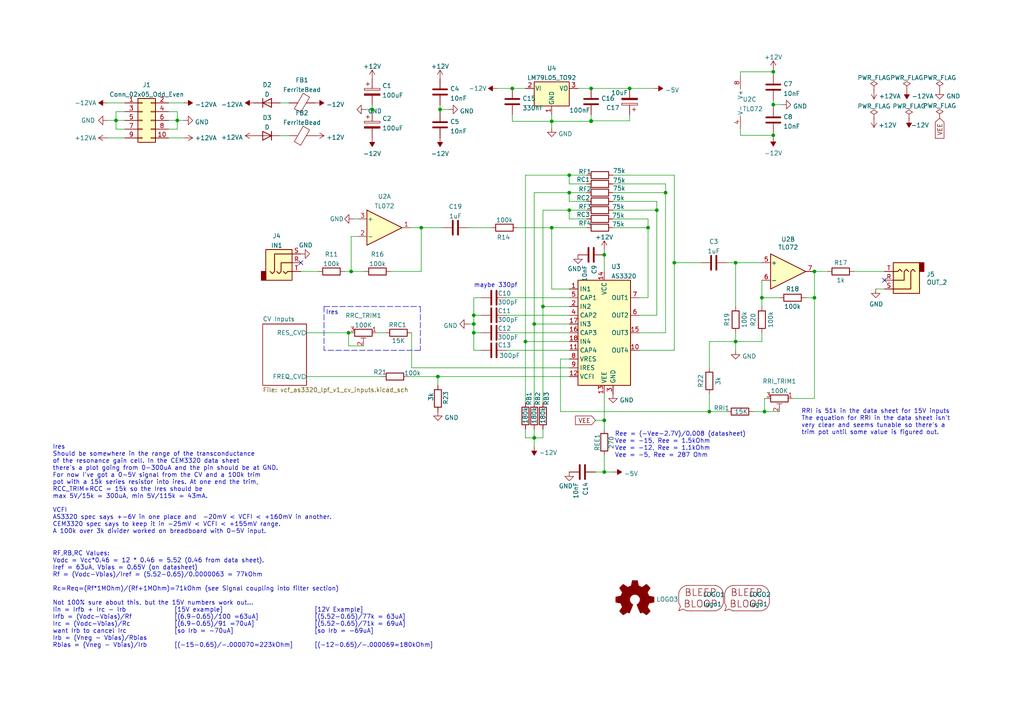
<source format=kicad_sch>
(kicad_sch (version 20211123) (generator eeschema)
  (paper "A4")
  (title_block (company "RobotDialogs"))
  (lib_symbols
    (symbol "Amplifier_Operational:TL072" (pin_names (offset 0.127))
      (property "Reference" "U" (at 0 5.08 0))
      (property "Value" "TL072" (at 0 -5.08 0))
      (symbol "TL072_1_1"
        (pin output line (at 7.62 0 180) (length 2.54) (name "~") (number "1"))
        (pin input line (at -7.62 -2.54 0) (length 2.54) (name "-") (number "2"))
        (pin input line (at -7.62 2.54 0) (length 2.54) (name "+") (number "3"))
      )
      (symbol "TL072_2_1"
        (pin input line (at -7.62 2.54 0) (length 2.54) (name "+") (number "5"))
        (pin input line (at -7.62 -2.54 0) (length 2.54) (name "-") (number "6"))
        (pin output line (at 7.62 0 180) (length 2.54) (name "~") (number "7"))
      )
      (symbol "TL072_3_1"
        (pin power_in line (at -2.54 -7.62 90) (length 3.81) (name "V-") (number "4"))
        (pin power_in line (at -2.54 7.62 270) (length 3.81) (name "V+") (number "8"))
      )
    )
    (symbol "Audio:AS3320"
      (property "Reference" "U" (at -5.08 17.78 0))
      (property "Value" "AS3320" (at 5.08 17.78 0))
      (symbol "AS3320_1_1"
        (pin input line (at -10.16 12.7 0) (length 2.54) (name "IN1") (number "1"))
        (pin output line (at 10.16 -5.08 180) (length 2.54) (name "OUT4") (number "10"))
        (pin passive line (at -10.16 -5.08 0) (length 2.54) (name "CAP4") (number "11"))
        (pin input line (at -10.16 -12.7 0) (length 2.54) (name "VCFI") (number "12"))
        (pin power_in line (at 0 -17.78 90) (length 2.54) (name "VEE") (number "13"))
        (pin power_in line (at 0 17.78 270) (length 2.54) (name "VCC") (number "14"))
        (pin output line (at 10.16 0 180) (length 2.54) (name "OUT3") (number "15"))
        (pin passive line (at -10.16 0 0) (length 2.54) (name "CAP3") (number "16"))
        (pin input line (at -10.16 2.54 0) (length 2.54) (name "IN3") (number "17"))
        (pin input line (at -10.16 -2.54 0) (length 2.54) (name "IN4") (number "18"))
        (pin input line (at -10.16 7.62 0) (length 2.54) (name "IN2") (number "2"))
        (pin power_in line (at 2.54 -17.78 90) (length 2.54) (name "GND") (number "3"))
        (pin passive line (at -10.16 5.08 0) (length 2.54) (name "CAP2") (number "4"))
        (pin passive line (at -10.16 10.16 0) (length 2.54) (name "CAP1") (number "5"))
        (pin output line (at 10.16 5.08 180) (length 2.54) (name "OUT2") (number "6"))
        (pin output line (at 10.16 10.16 180) (length 2.54) (name "OUT1") (number "7"))
        (pin input line (at -10.16 -7.62 0) (length 2.54) (name "VRES") (number "8"))
        (pin input line (at -10.16 -10.16 0) (length 2.54) (name "IRES") (number "9"))
      )
    )
    (symbol "Connector:AudioJack3"
      (property "Reference" "J" (at 0 8.89 0))
      (property "Value" "AudioJack3" (at 0 6.35 0))
      (symbol "AudioJack3_1_1"
        (pin passive line (at 5.08 0 180) (length 2.54) (name "~") (number "R"))
        (pin passive line (at 5.08 2.54 180) (length 2.54) (name "~") (number "S"))
        (pin passive line (at 5.08 -2.54 180) (length 2.54) (name "~") (number "T"))
      )
    )
    (symbol "Connector_Generic:Conn_02x05_Odd_Even" (pin_names (offset 1.016) hide)
      (property "Reference" "J" (at 1.27 7.62 0))
      (property "Value" "Conn_02x05_Odd_Even" (at 1.27 -7.62 0))
      (symbol "Conn_02x05_Odd_Even_1_1"
        (pin passive line (at -5.08 5.08 0) (length 3.81) (name "Pin_1") (number "1"))
        (pin passive line (at 7.62 -5.08 180) (length 3.81) (name "Pin_10") (number "10"))
        (pin passive line (at 7.62 5.08 180) (length 3.81) (name "Pin_2") (number "2"))
        (pin passive line (at -5.08 2.54 0) (length 3.81) (name "Pin_3") (number "3"))
        (pin passive line (at 7.62 2.54 180) (length 3.81) (name "Pin_4") (number "4"))
        (pin passive line (at -5.08 0 0) (length 3.81) (name "Pin_5") (number "5"))
        (pin passive line (at 7.62 0 180) (length 3.81) (name "Pin_6") (number "6"))
        (pin passive line (at -5.08 -2.54 0) (length 3.81) (name "Pin_7") (number "7"))
        (pin passive line (at 7.62 -2.54 180) (length 3.81) (name "Pin_8") (number "8"))
        (pin passive line (at -5.08 -5.08 0) (length 3.81) (name "Pin_9") (number "9"))
      )
    )
    (symbol "Device:C" (pin_numbers hide) (pin_names (offset 0.254))
      (property "Reference" "C" (at 0.635 2.54 0))
      (property "Value" "C" (at 0.635 -2.54 0))
      (symbol "C_1_1"
        (pin passive line (at 0 3.81 270) (length 2.794) (name "~") (number "1"))
        (pin passive line (at 0 -3.81 90) (length 2.794) (name "~") (number "2"))
      )
    )
    (symbol "Device:C_Polarized" (pin_numbers hide) (pin_names (offset 0.254))
      (property "Reference" "C" (at 0.635 2.54 0))
      (property "Value" "C_Polarized" (at 0.635 -2.54 0))
      (symbol "C_Polarized_1_1"
        (pin passive line (at 0 3.81 270) (length 2.794) (name "~") (number "1"))
        (pin passive line (at 0 -3.81 90) (length 2.794) (name "~") (number "2"))
      )
    )
    (symbol "Device:D" (pin_numbers hide) (pin_names (offset 1.016) hide)
      (property "Reference" "D" (at 0 2.54 0))
      (property "Value" "D" (at 0 -2.54 0))
      (symbol "D_1_1"
        (pin passive line (at -3.81 0 0) (length 2.54) (name "K") (number "1"))
        (pin passive line (at 3.81 0 180) (length 2.54) (name "A") (number "2"))
      )
    )
    (symbol "Device:FerriteBead" (pin_numbers hide) (pin_names (offset 0))
      (property "Reference" "FB" (at -3.81 0.635 90))
      (property "Value" "FerriteBead" (at 3.81 0 90))
      (symbol "FerriteBead_1_1"
        (pin passive line (at 0 3.81 270) (length 2.54) (name "~") (number "1"))
        (pin passive line (at 0 -3.81 90) (length 2.54) (name "~") (number "2"))
      )
    )
    (symbol "Device:R" (pin_numbers hide) (pin_names (offset 0))
      (property "Reference" "R" (at 2.032 0 90))
      (property "Value" "R" (at 0 0 90))
      (symbol "R_1_1"
        (pin passive line (at 0 3.81 270) (length 1.27) (name "~") (number "1"))
        (pin passive line (at 0 -3.81 90) (length 1.27) (name "~") (number "2"))
      )
    )
    (symbol "Device:R_Potentiometer_Trim" (pin_names (offset 1.016) hide)
      (property "Reference" "RV" (at -4.445 0 90))
      (property "Value" "R_Potentiometer_Trim" (at -2.54 0 90))
      (symbol "R_Potentiometer_Trim_1_1"
        (pin passive line (at 0 3.81 270) (length 1.27) (name "1") (number "1"))
        (pin passive line (at 3.81 0 180) (length 1.27) (name "2") (number "2"))
        (pin passive line (at 0 -3.81 90) (length 1.27) (name "3") (number "3"))
      )
    )
    (symbol "My Stuff:Logo_Open_Hardware_Small" (pin_names (offset 1.016))
      (property "Reference" "LOGO1" (at 0 6.985 0))
    )
    (symbol "My Stuff:logo1" (pin_names (offset 1.016))
      (property "Reference" "LOGO" (at 0 -4.826 0))
      (property "Value" "logo1" (at 0 4.826 0))
      (symbol "logo1_0_0"
        (text "" (at -1.27 1.27 0) (effects (font (size 1.27 1.27))))
        (text "BLEEP" (at 0 1.524 0) (effects (font (size 2 2))))
        (text "BLOOP" (at 0 -1.778 0) (effects (font (size 2 2))))
      )
    )
    (symbol "Regulator_Linear:LM79L05_TO92" (pin_names (offset 0.254))
      (property "Reference" "U" (at -3.81 -3.175 0))
      (property "Value" "LM79L05_TO92" (at 0 -3.175 0))
      (symbol "LM79L05_TO92_1_1"
        (pin power_in line (at 0 7.62 270) (length 2.54) (name "GND") (number "1"))
        (pin power_in line (at -7.62 0 0) (length 2.54) (name "VI") (number "2"))
        (pin power_out line (at 7.62 0 180) (length 2.54) (name "VO") (number "3"))
      )
    )
    (symbol "power:+12V" (power) (pin_names (offset 0))
      (property "Value" "+12V" (at 0 3.556 0))
      (symbol "+12V_1_1"
        (pin power_in line (at 0 0 90) (length 0) hide (name "+12V") (number "1"))
      )
    )
    (symbol "power:+12VA" (power) (pin_names (offset 0))
      (property "Value" "+12VA" (at 0 3.556 0))
      (symbol "+12VA_1_1"
        (pin power_in line (at 0 0 90) (length 0) hide (name "+12VA") (number "1"))
      )
    )
    (symbol "power:-12V" (power) (pin_names (offset 0))
      (property "Value" "-12V" (at 0 3.81 0))
      (symbol "-12V_0_0"
        (pin power_in line (at 0 0 90) (length 0) hide (name "-12V") (number "1"))
      )
    )
    (symbol "power:-12VA" (power) (pin_names (offset 0))
      (property "Value" "-12VA" (at 0 3.556 0))
      (symbol "-12VA_0_0"
        (pin power_in line (at 0 0 90) (length 0) hide (name "-12VA") (number "1"))
      )
    )
    (symbol "power:-5V" (power) (pin_names (offset 0))
      (property "Value" "-5V" (at 0 3.81 0))
      (symbol "-5V_0_0"
        (pin power_in line (at 0 0 90) (length 0) hide (name "-5V") (number "1"))
      )
    )
    (symbol "power:GND" (power) (pin_names (offset 0))
      (property "Value" "GND" (at 0 -3.81 0))
      (symbol "GND_1_1"
        (pin power_in line (at 0 0 270) (length 0) hide (name "GND") (number "1"))
      )
    )
    (symbol "power:PWR_FLAG" (power) (pin_numbers hide) (pin_names (offset 0) hide)
      (property "Value" "PWR_FLAG" (at 0 3.81 0))
      (symbol "PWR_FLAG_0_0"
        (pin power_out line (at 0 0 90) (length 0) (name "pwr") (number "1"))
      )
    )
  )
  (junction (at 51.435 34.925))
  (junction (at 101.092 96.52))
  (junction (at 171.45 35.179))
  (junction (at 154.94 127))
  (junction (at 165.1 60.96))
  (junction (at 165.1 55.88))
  (junction (at 171.45 35.052))
  (junction (at 165.1 50.8))
  (junction (at 154.94 93.98))
  (junction (at 137.414 91.44))
  (junction (at 137.414 96.52))
  (junction (at 175.26 73.914))
  (junction (at 195.58 76.2))
  (junction (at 236.22 78.74))
  (junction (at 175.26 121.92))
  (junction (at 182.626 25.654))
  (junction (at 171.45 25.654))
  (junction (at 193.04 55.88))
  (junction (at 213.36 99.06))
  (junction (at 160.02 35.179))
  (junction (at 221.742 119.38))
  (junction (at 33.655 34.925))
  (junction (at 160.02 66.04))
  (junction (at 148.59 25.654))
  (junction (at 152.4 99.06))
  (junction (at 101.854 78.74))
  (junction (at 127.635 31.75))
  (junction (at 224.282 30.353))
  (junction (at 224.282 39.243))
  (junction (at 205.74 119.38))
  (junction (at 107.95 31.75))
  (junction (at 213.36 76.2))
  (junction (at 175.26 136.906))
  (junction (at 190.5 60.96))
  (junction (at 122.174 66.04))
  (junction (at 137.414 93.98))
  (junction (at 220.98 86.36))
  (junction (at 157.48 88.9))
  (junction (at 187.96 66.04))
  (junction (at 127 109.22))
  (junction (at 224.282 20.828))
  (junction (at 236.22 86.36))
  (no_connect (at 256.54 81.28))
  (no_connect (at 87.249 76.2))
  (wire (pts (xy 205.74 119.38) (xy 210.82 119.38)))
  (wire (pts (xy 137.414 93.98) (xy 137.414 96.52)))
  (wire (pts (xy 154.94 55.88) (xy 154.94 93.98)))
  (wire (pts (xy 81.28 29.845) (xy 83.82 29.845)))
  (wire (pts (xy 167.64 25.654) (xy 171.45 25.654)))
  (wire (pts (xy 165.1 63.5) (xy 165.1 60.96)))
  (wire (pts (xy 88.9 96.52) (xy 101.092 96.52)))
  (wire (pts (xy 214.757 22.098) (xy 214.757 20.828)))
  (wire (pts (xy 157.48 60.96) (xy 157.48 88.9)))
  (wire (pts (xy 102.489 63.5) (xy 103.886 63.5)))
  (wire (pts (xy 135.89 93.98) (xy 137.414 93.98)))
  (wire (pts (xy 150.114 66.04) (xy 160.02 66.04)))
  (wire (pts (xy 187.96 66.04) (xy 177.8 66.04)))
  (wire (pts (xy 205.74 114.3) (xy 205.74 119.38)))
  (wire (pts (xy 182.626 25.654) (xy 189.738 25.654)))
  (wire (pts (xy 193.04 55.88) (xy 177.8 55.88)))
  (wire (pts (xy 107.95 31.75) (xy 107.95 32.385)))
  (wire (pts (xy 106.045 31.75) (xy 107.95 31.75)))
  (wire (pts (xy 165.1 60.96) (xy 157.48 60.96)))
  (wire (pts (xy 236.22 78.74) (xy 240.03 78.74)))
  (wire (pts (xy 137.414 86.36) (xy 137.414 91.44)))
  (wire (pts (xy 118.364 109.22) (xy 127 109.22)))
  (wire (pts (xy 236.22 115.57) (xy 236.22 86.36)))
  (wire (pts (xy 144.145 25.654) (xy 148.59 25.654)))
  (wire (pts (xy 177.8 63.5) (xy 187.96 63.5)))
  (wire (pts (xy 101.854 68.58) (xy 101.854 78.74)))
  (wire (pts (xy 177.8 136.906) (xy 175.26 136.906)))
  (wire (pts (xy 160.02 35.179) (xy 160.02 37.084)))
  (wire (pts (xy 170.18 63.5) (xy 165.1 63.5)))
  (wire (pts (xy 195.58 101.6) (xy 185.42 101.6)))
  (wire (pts (xy 218.44 119.38) (xy 221.742 119.38)))
  (wire (pts (xy 157.48 88.9) (xy 165.1 88.9)))
  (wire (pts (xy 154.94 93.98) (xy 165.1 93.98)))
  (wire (pts (xy 113.284 78.74) (xy 122.174 78.74)))
  (wire (pts (xy 154.94 127) (xy 157.48 127)))
  (wire (pts (xy 137.414 96.52) (xy 137.414 101.6)))
  (wire (pts (xy 87.249 78.74) (xy 92.329 78.74)))
  (wire (pts (xy 175.26 72.39) (xy 175.26 73.914)))
  (wire (pts (xy 185.42 96.52) (xy 193.04 96.52)))
  (wire (pts (xy 33.655 32.385) (xy 33.655 34.925)))
  (wire (pts (xy 36.195 32.385) (xy 33.655 32.385)))
  (wire (pts (xy 152.4 99.06) (xy 165.1 99.06)))
  (wire (pts (xy 170.18 66.04) (xy 160.02 66.04)))
  (wire (pts (xy 177.8 50.8) (xy 195.58 50.8)))
  (wire (pts (xy 193.04 53.34) (xy 193.04 55.88)))
  (wire (pts (xy 220.98 88.9) (xy 220.98 86.36)))
  (wire (pts (xy 51.435 34.925) (xy 51.435 37.465)))
  (wire (pts (xy 221.742 115.57) (xy 222.25 115.57)))
  (wire (pts (xy 101.092 100.33) (xy 105.41 100.33)))
  (wire (pts (xy 177.8 60.96) (xy 190.5 60.96)))
  (wire (pts (xy 224.282 30.353) (xy 224.282 30.988)))
  (wire (pts (xy 221.742 119.38) (xy 226.06 119.38)))
  (wire (pts (xy 171.45 35.052) (xy 171.45 33.274)))
  (wire (pts (xy 128.27 66.04) (xy 122.174 66.04)))
  (wire (pts (xy 190.5 58.42) (xy 190.5 60.96)))
  (wire (pts (xy 127.635 31.75) (xy 130.175 31.75)))
  (wire (pts (xy 177.8 53.34) (xy 193.04 53.34)))
  (wire (pts (xy 157.48 116.84) (xy 157.48 88.9)))
  (wire (pts (xy 165.1 58.42) (xy 165.1 55.88)))
  (wire (pts (xy 224.282 20.193) (xy 224.282 20.828)))
  (wire (pts (xy 175.26 73.914) (xy 175.26 78.74)))
  (wire (pts (xy 190.5 60.96) (xy 190.5 91.44)))
  (wire (pts (xy 122.174 66.04) (xy 122.174 78.74)))
  (wire (pts (xy 165.1 50.8) (xy 152.4 50.8)))
  (wire (pts (xy 224.282 30.353) (xy 226.822 30.353)))
  (wire (pts (xy 31.115 29.845) (xy 36.195 29.845)))
  (wire (pts (xy 147.066 86.36) (xy 165.1 86.36)))
  (wire (pts (xy 137.414 86.36) (xy 139.446 86.36)))
  (wire (pts (xy 137.414 101.6) (xy 139.446 101.6)))
  (wire (pts (xy 229.87 115.57) (xy 236.22 115.57)))
  (wire (pts (xy 213.36 99.06) (xy 220.98 99.06)))
  (wire (pts (xy 99.949 78.74) (xy 101.854 78.74)))
  (wire (pts (xy 247.65 78.74) (xy 256.54 78.74)))
  (wire (pts (xy 182.626 33.274) (xy 182.626 35.052)))
  (wire (pts (xy 214.757 20.828) (xy 224.282 20.828)))
  (wire (pts (xy 203.2 76.2) (xy 195.58 76.2)))
  (wire (pts (xy 33.655 34.925) (xy 36.195 34.925)))
  (wire (pts (xy 213.36 101.6) (xy 213.36 99.06)))
  (wire (pts (xy 127 111.76) (xy 127 109.22)))
  (wire (pts (xy 220.98 81.28) (xy 220.98 86.36)))
  (wire (pts (xy 170.18 53.34) (xy 165.1 53.34)))
  (wire (pts (xy 152.4 116.84) (xy 152.4 99.06)))
  (wire (pts (xy 185.42 91.44) (xy 190.5 91.44)))
  (wire (pts (xy 177.8 58.42) (xy 190.5 58.42)))
  (wire (pts (xy 48.895 29.845) (xy 53.34 29.845)))
  (wire (pts (xy 48.895 32.385) (xy 51.435 32.385)))
  (wire (pts (xy 33.655 34.925) (xy 33.655 37.465)))
  (wire (pts (xy 127.635 31.75) (xy 127.635 32.385)))
  (wire (pts (xy 51.435 34.925) (xy 53.34 34.925)))
  (wire (pts (xy 172.72 121.92) (xy 175.26 121.92)))
  (wire (pts (xy 175.26 124.46) (xy 175.26 121.92)))
  (wire (pts (xy 224.282 29.083) (xy 224.282 30.353)))
  (wire (pts (xy 213.36 99.06) (xy 213.36 96.52)))
  (wire (pts (xy 195.58 76.2) (xy 195.58 101.6)))
  (wire (pts (xy 220.98 99.06) (xy 220.98 96.52)))
  (wire (pts (xy 147.066 101.6) (xy 165.1 101.6)))
  (wire (pts (xy 182.626 35.052) (xy 171.45 35.052)))
  (wire (pts (xy 205.74 99.06) (xy 213.36 99.06)))
  (wire (pts (xy 175.26 136.906) (xy 175.26 132.08)))
  (wire (pts (xy 170.18 55.88) (xy 165.1 55.88)))
  (wire (pts (xy 51.435 32.385) (xy 51.435 34.925)))
  (wire (pts (xy 214.757 39.243) (xy 224.282 39.243)))
  (wire (pts (xy 224.282 20.828) (xy 224.282 21.463)))
  (wire (pts (xy 224.282 39.243) (xy 224.282 38.608)))
  (wire (pts (xy 160.02 83.82) (xy 165.1 83.82)))
  (polyline (pts (xy 121.92 88.9) (xy 121.92 101.6)))
  (wire (pts (xy 109.22 96.52) (xy 111.76 96.52)))
  (wire (pts (xy 81.28 39.37) (xy 83.82 39.37)))
  (wire (pts (xy 51.435 37.465) (xy 48.895 37.465)))
  (wire (pts (xy 147.066 91.44) (xy 165.1 91.44)))
  (wire (pts (xy 213.36 76.2) (xy 220.98 76.2)))
  (wire (pts (xy 101.854 78.74) (xy 105.664 78.74)))
  (wire (pts (xy 172.72 136.906) (xy 175.26 136.906)))
  (wire (pts (xy 221.742 119.38) (xy 221.742 115.57)))
  (wire (pts (xy 213.36 88.9) (xy 213.36 76.2)))
  (wire (pts (xy 187.96 86.36) (xy 187.96 66.04)))
  (wire (pts (xy 162.56 119.38) (xy 205.74 119.38)))
  (wire (pts (xy 154.94 93.98) (xy 154.94 116.84)))
  (wire (pts (xy 137.414 96.52) (xy 139.446 96.52)))
  (wire (pts (xy 135.89 66.04) (xy 142.494 66.04)))
  (wire (pts (xy 152.4 124.46) (xy 152.4 127)))
  (wire (pts (xy 187.96 63.5) (xy 187.96 66.04)))
  (wire (pts (xy 254 83.82) (xy 256.54 83.82)))
  (wire (pts (xy 160.02 35.179) (xy 171.45 35.179)))
  (wire (pts (xy 205.74 106.68) (xy 205.74 99.06)))
  (polyline (pts (xy 93.98 88.9) (xy 93.98 101.6)))
  (polyline (pts (xy 93.98 88.9) (xy 121.92 88.9)))
  (wire (pts (xy 170.18 50.8) (xy 165.1 50.8)))
  (wire (pts (xy 127.635 30.48) (xy 127.635 31.75)))
  (wire (pts (xy 33.655 37.465) (xy 36.195 37.465)))
  (wire (pts (xy 147.066 96.52) (xy 165.1 96.52)))
  (wire (pts (xy 88.9 109.22) (xy 110.744 109.22)))
  (wire (pts (xy 171.45 25.654) (xy 182.626 25.654)))
  (polyline (pts (xy 121.92 101.6) (xy 93.98 101.6)))
  (wire (pts (xy 137.414 91.44) (xy 137.414 93.98)))
  (wire (pts (xy 148.59 35.179) (xy 160.02 35.179)))
  (wire (pts (xy 165.1 50.8) (xy 165.1 53.34)))
  (wire (pts (xy 137.414 91.44) (xy 139.446 91.44)))
  (wire (pts (xy 154.94 129.54) (xy 154.94 127)))
  (wire (pts (xy 101.092 100.33) (xy 101.092 96.52)))
  (wire (pts (xy 119.126 66.04) (xy 122.174 66.04)))
  (wire (pts (xy 48.895 40.005) (xy 53.34 40.005)))
  (wire (pts (xy 152.4 127) (xy 154.94 127)))
  (wire (pts (xy 214.757 37.338) (xy 214.757 39.243)))
  (wire (pts (xy 148.59 33.274) (xy 148.59 35.179)))
  (wire (pts (xy 162.56 104.14) (xy 162.56 119.38)))
  (wire (pts (xy 31.115 34.925) (xy 33.655 34.925)))
  (wire (pts (xy 119.38 96.52) (xy 119.38 106.68)))
  (wire (pts (xy 193.04 96.52) (xy 193.04 55.88)))
  (wire (pts (xy 233.68 86.36) (xy 236.22 86.36)))
  (wire (pts (xy 210.82 76.2) (xy 213.36 76.2)))
  (wire (pts (xy 220.98 86.36) (xy 226.06 86.36)))
  (wire (pts (xy 195.58 50.8) (xy 195.58 76.2)))
  (wire (pts (xy 224.282 39.878) (xy 224.282 39.243)))
  (wire (pts (xy 127 109.22) (xy 165.1 109.22)))
  (wire (pts (xy 148.59 25.654) (xy 152.4 25.654)))
  (wire (pts (xy 170.18 58.42) (xy 165.1 58.42)))
  (wire (pts (xy 165.1 55.88) (xy 154.94 55.88)))
  (wire (pts (xy 152.4 50.8) (xy 152.4 99.06)))
  (wire (pts (xy 48.895 34.925) (xy 51.435 34.925)))
  (wire (pts (xy 36.195 40.005) (xy 31.115 40.005)))
  (wire (pts (xy 160.02 33.274) (xy 160.02 35.179)))
  (wire (pts (xy 157.48 124.46) (xy 157.48 127)))
  (wire (pts (xy 175.26 121.92) (xy 175.26 114.3)))
  (wire (pts (xy 236.22 86.36) (xy 236.22 78.74)))
  (wire (pts (xy 101.092 96.52) (xy 101.6 96.52)))
  (wire (pts (xy 170.18 60.96) (xy 165.1 60.96)))
  (wire (pts (xy 107.95 30.48) (xy 107.95 31.75)))
  (wire (pts (xy 101.854 68.58) (xy 103.886 68.58)))
  (wire (pts (xy 119.38 106.68) (xy 165.1 106.68)))
  (wire (pts (xy 160.02 66.04) (xy 160.02 83.82)))
  (wire (pts (xy 154.94 124.46) (xy 154.94 127)))
  (wire (pts (xy 171.45 35.179) (xy 171.45 35.052)))
  (wire (pts (xy 185.42 86.36) (xy 187.96 86.36)))
  (wire (pts (xy 165.1 104.14) (xy 162.56 104.14)))
  (text "maybe 330pf" (at 137.414 83.566 0) (effects (font (size 1.27 1.27)) (justify left bottom)))
  (text "VCFI\nAS3320 spec says +-6V in one place and  -20mV < VCFI < +160mV in another.\nCEM3320 spec says to keep it in -25mV < VCFI < +155mV range.\nA 100k over 3k divider worked on breadboard with 0-5V input." (at 15.24 154.94 0) (effects (font (size 1.27 1.27)) (justify left bottom)))
  (text "RRI is 51k in the data sheet for 15V inputs\nThe equation for RRI in the data sheet isn't\nvery clear and seems tunable so there's a \ntrim pot until some value is figured out." (at 232.41 126.238 0) (effects (font (size 1.27 1.27)) (justify left bottom)))
  (text "RF,RB,RC Values:\nVodc = Vcc*0.46 = 12 * 0.46 = 5.52 (0.46 from data sheet).\nIref = 63uA, Vbias = 0.65V (on datasheet)\nRf = (Vodc-Vbias)/Iref = (5.52-0.65)/0.0000063 = 77kOhm\n\nRc=Req=(Rf*1MOhm)/(Rf+1MOhm)=71kOhm (see Signal coupling into filter section)\n\nNot 100% sure about this, but the 15V numbers work out...\nIin = Irfb + Irc - Irb		[15V example]					[12V Example]\nIrfb = (Vodc-Vbias)/Rf		[(6.9-0.65)/100 =63uA]			[(5.52-0.65)/77k = 63uA]\nIrc = (Vodc-Vbias)/Rc		[(6.9-0.65)/91 =70uA]			[(5.52-0.65)/71k = 69uA]\nwant Irb to cancel Irc		[so Irb = -70uA]				[so Irb = -69uA]\nIrb = (Vneg - Vbias)/Rbias\nRbias = (Vneg - Vbias)/Irb	[(-15-0.65)/-.000070=223kOhm]	[(-12-0.65)/-.000069=180kOhm]" (at 15.24 187.96 0) (effects (font (size 1.27 1.27)) (justify left bottom)))
  (text "Ires\nShould be somewhere in the range of the transconductance\nof the resonance gain cell. In the CEM3320 data sheet\nthere's a plot going from 0-300uA and the pin should be at GND. \nFor now I've got a 0-5V signal from the CV and a 100k trim\npot with a 15k series resistor into ires. At one end the trim,\nRCC_TRIM+RCC = 15k so the Ires should be\nmax 5V/15k = 300uA, min 5V/115k = 43mA." (at 15.24 144.78 0) (effects (font (size 1.27 1.27)) (justify left bottom)))
  (text "Ires" (at 94.488 91.44 0) (effects (font (size 1.27 1.27)) (justify left bottom)))
  (text "Ree = (-Vee-2.7V)/0.008 (datasheet)\nVee = -15, Ree = 1.5kOhm\nVee = -12, Ree = 1.1kOhm\nVee = -5, Ree = 287 Ohm\n" (at 178.308 132.842 0) (effects (font (size 1.27 1.27)) (justify left bottom)))
  (global_label "VEE" (shape input) (at 272.542 34.29 270) (property "Intersheet References" "${INTERSHEET_REFS}" (effects hide)))
  (global_label "VEE" (shape input) (at 172.72 121.92 180) (property "Intersheet References" "${INTERSHEET_REFS}" (effects hide)))
  (symbol (lib_id "Device:R") (at 157.48 120.65 0) (unit 1)
    (property "Reference" "RB3" (at 158.496 117.602 90) (effects (justify left)))
    (property "Value" "180k" (at 157.48 122.936 90) (effects (justify left)))
    (property "Footprint" "Resistor_SMD:R_1206_3216Metric_Pad1.30x1.75mm_HandSolder" (effects hide))
  )
  (symbol (lib_id "Device:R") (at 243.84 78.74 270) (unit 1)
    (property "Reference" "R17" (at 243.84 76.2 90))
    (property "Value" "1k" (at 243.84 81.28 90))
    (property "Footprint" "Resistor_SMD:R_1206_3216Metric_Pad1.30x1.75mm_HandSolder" (effects hide))
  )
  (symbol (lib_id "Device:D") (at 77.47 29.845 0) (unit 1)
    (property "Reference" "D2" (at 77.47 24.6085 0))
    (property "Value" "D" (at 77.47 27.3836 0))
    (property "Footprint" "Diode_THT:D_A-405_P2.54mm_Vertical_KathodeUp" (effects hide))
  )
  (symbol (lib_id "power:PWR_FLAG") (at 272.542 34.29 0) (unit 1)
    (property "Reference" "#FLG0106" (effects hide))
    (property "Value" "PWR_FLAG" (at 272.542 30.6855 0))
  )
  (symbol (lib_id "Device:R") (at 214.63 119.38 90) (unit 1)
    (property "Reference" "RRI1" (at 211.582 118.364 90) (effects (justify left)))
    (property "Value" "15K" (at 216.916 119.38 90) (effects (justify left)))
    (property "Footprint" "Resistor_SMD:R_1206_3216Metric_Pad1.30x1.75mm_HandSolder" (effects hide))
  )
  (symbol (lib_id "power:GND") (at 160.02 37.084 0) (unit 1)
    (property "Reference" "#PWR014" (effects hide))
    (property "Value" "GND" (at 161.925 38.833 0) (effects (justify left)))
  )
  (symbol (lib_id "Device:C_Polarized") (at 107.95 26.67 0) (unit 1)
    (property "Reference" "C1" (at 110.871 24.8725 0) (effects (justify left)))
    (property "Value" "100uF" (at 110.871 27.6476 0) (effects (justify left)))
    (property "Footprint" "Capacitor_THT:CP_Radial_D5.0mm_P2.50mm" (effects hide))
  )
  (symbol (lib_id "Device:C") (at 143.256 96.52 270) (unit 1)
    (property "Reference" "C12" (at 146.304 95.25 90))
    (property "Value" "300pF" (at 147.32 97.79 90))
    (property "Footprint" "Capacitor_SMD:C_1206_3216Metric_Pad1.33x1.80mm_HandSolder" (effects hide))
  )
  (symbol (lib_id "power:+12VA") (at 31.115 40.005 90) (unit 1)
    (property "Reference" "#PWR0106" (effects hide))
    (property "Value" "+12VA" (at 21.59 40.005 90) (effects (justify right)))
  )
  (symbol (lib_id "Device:C") (at 143.256 101.6 270) (unit 1)
    (property "Reference" "C13" (at 146.304 100.076 90))
    (property "Value" "300pF" (at 147.828 103.124 90))
    (property "Footprint" "Capacitor_SMD:C_1206_3216Metric_Pad1.33x1.80mm_HandSolder" (effects hide))
  )
  (symbol (lib_id "Amplifier_Operational:TL072") (at 111.506 66.04 0) (unit 1)
    (property "Reference" "U2" (at 111.506 56.9935 0))
    (property "Value" "TL072" (at 111.506 59.7686 0))
    (property "Footprint" "Package_DIP:DIP-8_W7.62mm_Socket_LongPads" (effects hide))
    (property "Datasheet" "http://www.ti.com/lit/ds/symlink/tl071.pdf" (effects hide))
  )
  (symbol (lib_id "power:GND") (at 135.89 93.98 270) (unit 1)
    (property "Reference" "#PWR08" (effects hide))
    (property "Value" "GND" (at 132.7151 94.459 90) (effects (justify right)))
  )
  (symbol (lib_id "power:-12VA") (at 263.017 26.162 180) (unit 1)
    (property "Reference" "#PWR0126" (effects hide))
    (property "Value" "-12VA" (at 264.414 27.911 0) (effects (justify right)))
  )
  (symbol (lib_id "power:+12V") (at 107.95 22.86 0) (unit 1)
    (property "Reference" "#PWR0130" (effects hide))
    (property "Value" "+12V" (at 107.95 19.2555 0))
  )
  (symbol (lib_id "Device:R") (at 173.99 58.42 90) (unit 1)
    (property "Reference" "RC2" (at 169.164 57.404 90))
    (property "Value" "75k" (at 179.324 57.404 90))
    (property "Footprint" "Resistor_SMD:R_1206_3216Metric_Pad1.30x1.75mm_HandSolder" (effects hide))
  )
  (symbol (lib_id "Device:R") (at 96.139 78.74 270) (unit 1)
    (property "Reference" "R11" (at 96.139 73.7575 90))
    (property "Value" "100k" (at 96.139 76.5326 90))
    (property "Footprint" "Resistor_SMD:R_1206_3216Metric_Pad1.30x1.75mm_HandSolder" (effects hide))
  )
  (symbol (lib_id "Connector_Generic:Conn_02x05_Odd_Even") (at 41.275 34.925 0) (unit 1)
    (property "Reference" "J1" (at 42.545 24.6085 0))
    (property "Value" "Conn_02x05_Odd_Even" (at 42.545 27.3836 0))
    (property "Footprint" "Connector_IDC:IDC-Header_2x05_P2.54mm_Vertical" (effects hide))
  )
  (symbol (lib_id "Device:C") (at 127.635 26.67 0) (unit 1)
    (property "Reference" "C4" (at 130.556 25.7615 0) (effects (justify left)))
    (property "Value" "10nF" (at 130.556 28.5366 0) (effects (justify left)))
    (property "Footprint" "Capacitor_SMD:C_1206_3216Metric_Pad1.33x1.80mm_HandSolder" (effects hide))
  )
  (symbol (lib_id "power:+12V") (at 224.282 20.193 0) (unit 1)
    (property "Reference" "#PWR03" (effects hide))
    (property "Value" "+12V" (at 224.282 16.5885 0))
  )
  (symbol (lib_id "My Stuff:Logo_Open_Hardware_Small") (at 184.15 173.99 0) (unit 1)
    (property "Reference" "LOGO3" (at 190.3476 173.834 0) (effects (justify left)))
    (property "Value" "Logo_Open_Hardware_Small" (effects hide))
    (property "Footprint" "Symbol:OSHW-Symbol_6.7x6mm_SilkScreen" (effects hide))
  )
  (symbol (lib_id "power:-12V") (at 107.95 40.005 180) (unit 1)
    (property "Reference" "#PWR0122" (effects hide))
    (property "Value" "-12V" (at 107.95 44.5675 0))
  )
  (symbol (lib_id "power:+12V") (at 91.44 39.37 270) (unit 1)
    (property "Reference" "#PWR0112" (effects hide))
    (property "Value" "+12V" (at 94.615 39.849 90) (effects (justify left)))
  )
  (symbol (lib_id "Device:R_Potentiometer_Trim") (at 226.06 115.57 270) (unit 1)
    (property "Reference" "RRI_TRIM1" (at 226.06 110.5875 90))
    (property "Value" "100K" (at 226.06 113.3626 90))
    (property "Footprint" "Potentiometer_THT:Potentiometer_Bourns_3296W_Vertical" (effects hide))
  )
  (symbol (lib_id "Device:R") (at 109.474 78.74 270) (unit 1)
    (property "Reference" "R16" (at 109.474 73.7575 90))
    (property "Value" "100k" (at 109.474 76.5326 90))
    (property "Footprint" "Resistor_SMD:R_1206_3216Metric_Pad1.30x1.75mm_HandSolder" (effects hide))
  )
  (symbol (lib_id "power:GND") (at 254 83.82 0) (unit 1)
    (property "Reference" "#PWR016" (effects hide))
    (property "Value" "GND" (at 254.127 88.2142 0))
  )
  (symbol (lib_id "power:-12VA") (at 31.115 29.845 90) (unit 1)
    (property "Reference" "#PWR0105" (effects hide))
    (property "Value" "-12VA" (at 21.59 29.845 90) (effects (justify right)))
  )
  (symbol (lib_id "power:GND") (at 87.249 73.66 90) (unit 1)
    (property "Reference" "#PWR02" (effects hide))
    (property "Value" "GND" (at 86.614 71.12 90) (effects (justify right)))
  )
  (symbol (lib_id "Amplifier_Operational:TL072") (at 217.297 29.718 0) (unit 3)
    (property "Reference" "U2" (at 215.392 28.8095 0) (effects (justify left)))
    (property "Value" "TL072" (at 215.392 31.5846 0) (effects (justify left)))
    (property "Footprint" "Package_DIP:DIP-8_W7.62mm_Socket_LongPads" (effects hide))
    (property "Datasheet" "http://www.ti.com/lit/ds/symlink/tl071.pdf" (effects hide))
  )
  (symbol (lib_id "power:-12V") (at 263.652 34.417 180) (unit 1)
    (property "Reference" "#PWR0127" (effects hide))
    (property "Value" "-12V" (at 266.827 36.322 0))
  )
  (symbol (lib_id "Device:R") (at 220.98 92.71 0) (unit 1)
    (property "Reference" "R20" (at 218.44 92.71 90))
    (property "Value" "100k" (at 223.52 92.71 90))
    (property "Footprint" "Resistor_SMD:R_1206_3216Metric_Pad1.30x1.75mm_HandSolder" (effects hide))
  )
  (symbol (lib_id "Device:R") (at 213.36 92.71 0) (unit 1)
    (property "Reference" "R19" (at 210.82 92.71 90))
    (property "Value" "100k" (at 215.9 92.71 90))
    (property "Footprint" "Resistor_SMD:R_1206_3216Metric_Pad1.30x1.75mm_HandSolder" (effects hide))
  )
  (symbol (lib_id "Device:C_Polarized") (at 107.95 36.195 0) (unit 1)
    (property "Reference" "C2" (at 110.871 34.3975 0) (effects (justify left)))
    (property "Value" "100uF" (at 110.871 37.1726 0) (effects (justify left)))
    (property "Footprint" "Capacitor_THT:CP_Radial_D5.0mm_P2.50mm" (effects hide))
  )
  (symbol (lib_id "power:PWR_FLAG") (at 253.492 34.417 0) (unit 1)
    (property "Reference" "#FLG0102" (effects hide))
    (property "Value" "PWR_FLAG" (at 253.492 30.8125 0))
  )
  (symbol (lib_id "Device:C") (at 127.635 36.195 0) (unit 1)
    (property "Reference" "C5" (at 130.556 35.2865 0) (effects (justify left)))
    (property "Value" "10nF" (at 130.556 38.0616 0) (effects (justify left)))
    (property "Footprint" "Capacitor_SMD:C_1206_3216Metric_Pad1.33x1.80mm_HandSolder" (effects hide))
  )
  (symbol (lib_id "Device:FerriteBead") (at 87.63 29.845 90) (unit 1)
    (property "Reference" "FB1" (at 87.5792 23.2369 90))
    (property "Value" "FerriteBead" (at 87.5792 26.012 90))
    (property "Footprint" "Inductor_THT:L_Axial_L6.6mm_D2.7mm_P2.54mm_Vertical_Vishay_IM-2" (effects hide))
  )
  (symbol (lib_id "Device:C") (at 171.45 29.464 0) (unit 1)
    (property "Reference" "C16" (at 174.371 28.5555 0) (effects (justify left)))
    (property "Value" "100nF" (at 165.1 32.004 0) (effects (justify left)))
    (property "Footprint" "Capacitor_SMD:C_1206_3216Metric_Pad1.33x1.80mm_HandSolder" (effects hide))
  )
  (symbol (lib_id "power:GND") (at 102.489 63.5 270) (unit 1)
    (property "Reference" "#PWR01" (effects hide))
    (property "Value" "GND" (at 95.631 63.5 90) (effects (justify left)))
  )
  (symbol (lib_id "Device:R") (at 175.26 128.27 0) (unit 1)
    (property "Reference" "REE1" (at 173.228 130.81 90) (effects (justify left)))
    (property "Value" "270" (at 177.292 130.302 90) (effects (justify left)))
    (property "Footprint" "Resistor_SMD:R_1206_3216Metric_Pad1.30x1.75mm_HandSolder" (effects hide))
  )
  (symbol (lib_id "Device:R") (at 114.554 109.22 90) (unit 1)
    (property "Reference" "R21" (at 110.236 107.95 90))
    (property "Value" "100k" (at 119.634 108.204 90))
    (property "Footprint" "Resistor_SMD:R_1206_3216Metric_Pad1.30x1.75mm_HandSolder" (effects hide))
  )
  (symbol (lib_id "Device:R") (at 146.304 66.04 90) (unit 1)
    (property "Reference" "R14" (at 146.05 68.834 90))
    (property "Value" "100k" (at 146.304 63.8326 90))
    (property "Footprint" "Resistor_SMD:R_1206_3216Metric_Pad1.30x1.75mm_HandSolder" (effects hide))
  )
  (symbol (lib_id "Device:C") (at 168.91 136.906 270) (unit 1)
    (property "Reference" "C14" (at 169.8185 139.827 0) (effects (justify left)))
    (property "Value" "10nF" (at 167.0434 139.827 0) (effects (justify left)))
    (property "Footprint" "Capacitor_SMD:C_1206_3216Metric_Pad1.33x1.80mm_HandSolder" (effects hide))
  )
  (symbol (lib_id "power:+12V") (at 253.492 34.417 180) (unit 1)
    (property "Reference" "#PWR0124" (effects hide))
    (property "Value" "+12V" (at 254.762 36.322 0) (effects (justify right)))
  )
  (symbol (lib_id "power:GND") (at 167.64 73.914 0) (unit 1)
    (property "Reference" "#PWR07" (effects hide))
    (property "Value" "GND" (at 164.592 77.978 0) (effects (justify left)))
  )
  (symbol (lib_id "Connector:AudioJack3") (at 82.169 76.2 0) (unit 1)
    (property "Reference" "J4" (at 80.264 68.4235 0))
    (property "Value" "IN1" (at 80.264 71.1986 0))
    (property "Footprint" "My Stuff:Jack_3.5mm_MJ-355W_Vertical" (effects hide))
  )
  (symbol (lib_id "Audio:AS3320") (at 175.26 96.52 0) (unit 1)
    (property "Reference" "U3" (at 177.2794 77.3135 0) (effects (justify left)))
    (property "Value" "AS3320" (at 177.2794 80.0886 0) (effects (justify left)))
    (property "Footprint" "Package_DIP:DIP-18_W7.62mm_Socket_LongPads" (effects hide))
    (property "Datasheet" "http://www.alfarzpp.lv/eng/sc/AS3320.pdf" (effects hide))
  )
  (symbol (lib_id "power:+12VA") (at 253.492 26.162 180) (unit 1)
    (property "Reference" "#PWR0125" (effects hide))
    (property "Value" "+12VA" (at 254.889 27.911 0) (effects (justify right)))
  )
  (symbol (lib_id "Device:R") (at 229.87 86.36 270) (unit 1)
    (property "Reference" "R18" (at 229.87 83.82 90))
    (property "Value" "100k" (at 229.87 88.9 90))
    (property "Footprint" "Resistor_SMD:R_1206_3216Metric_Pad1.30x1.75mm_HandSolder" (effects hide))
  )
  (symbol (lib_id "power:PWR_FLAG") (at 272.542 26.162 0) (unit 1)
    (property "Reference" "#FLG0103" (effects hide))
    (property "Value" "PWR_FLAG" (at 272.542 22.5575 0))
  )
  (symbol (lib_id "power:-12VA") (at 73.66 29.845 90) (unit 1)
    (property "Reference" "#PWR0107" (effects hide))
    (property "Value" "-12VA" (at 70.485 30.324 90) (effects (justify left)))
  )
  (symbol (lib_id "Device:R") (at 173.99 60.96 90) (unit 1)
    (property "Reference" "RF3" (at 169.672 59.944 90))
    (property "Value" "75k" (at 179.324 59.944 90))
    (property "Footprint" "Resistor_SMD:R_1206_3216Metric_Pad1.30x1.75mm_HandSolder" (effects hide))
  )
  (symbol (lib_id "Device:C") (at 143.256 86.36 270) (unit 1)
    (property "Reference" "C10" (at 146.304 85.09 90))
    (property "Value" "300pF" (at 147.32 87.63 90))
    (property "Footprint" "Capacitor_SMD:C_1206_3216Metric_Pad1.33x1.80mm_HandSolder" (effects hide))
  )
  (symbol (lib_id "power:PWR_FLAG") (at 253.492 26.162 0) (unit 1)
    (property "Reference" "#FLG0101" (effects hide))
    (property "Value" "PWR_FLAG" (at 253.492 22.5575 0))
  )
  (symbol (lib_id "Device:R_Potentiometer_Trim") (at 105.41 96.52 270) (unit 1)
    (property "Reference" "RRC_TRIM1" (at 105.41 91.5375 90))
    (property "Value" "100K" (at 105.41 94.3126 90))
    (property "Footprint" "Potentiometer_THT:Potentiometer_Bourns_3296W_Vertical" (effects hide))
  )
  (symbol (lib_id "Device:R") (at 173.99 50.8 90) (unit 1)
    (property "Reference" "RF1" (at 169.672 49.784 90))
    (property "Value" "75k" (at 179.578 49.53 90))
    (property "Footprint" "Resistor_SMD:R_1206_3216Metric_Pad1.30x1.75mm_HandSolder" (effects hide))
  )
  (symbol (lib_id "power:GND") (at 177.8 114.3 0) (unit 1)
    (property "Reference" "#PWR09" (effects hide))
    (property "Value" "GND" (at 179.705 116.049 0) (effects (justify left)))
  )
  (symbol (lib_id "power:GND") (at 130.175 31.75 90) (unit 1)
    (property "Reference" "#PWR0121" (effects hide))
    (property "Value" "GND" (at 133.35 32.229 90) (effects (justify right)))
  )
  (symbol (lib_id "power:PWR_FLAG") (at 263.017 26.162 0) (unit 1)
    (property "Reference" "#FLG0104" (effects hide))
    (property "Value" "PWR_FLAG" (at 263.017 22.5575 0))
  )
  (symbol (lib_id "power:GND") (at 127 119.38 0) (unit 1)
    (property "Reference" "#PWR018" (effects hide))
    (property "Value" "GND" (at 128.905 121.129 0) (effects (justify left)))
  )
  (symbol (lib_id "Connector:AudioJack3") (at 261.62 81.28 180) (unit 1)
    (property "Reference" "J5" (at 268.732 79.5782 0) (effects (justify right)))
    (property "Value" "OUT_2" (at 268.732 81.8896 0) (effects (justify right)))
    (property "Footprint" "My Stuff:Jack_3.5mm_MJ-355W_Vertical" (effects hide))
  )
  (symbol (lib_id "Device:R") (at 173.99 66.04 90) (unit 1)
    (property "Reference" "RF4" (at 169.672 64.77 90))
    (property "Value" "75k" (at 179.324 65.024 90))
    (property "Footprint" "Resistor_SMD:R_1206_3216Metric_Pad1.30x1.75mm_HandSolder" (effects hide))
  )
  (symbol (lib_id "Regulator_Linear:LM79L05_TO92") (at 160.02 25.654 0) (mirror x) (unit 1)
    (property "Reference" "U4" (at 160.02 19.7825 0))
    (property "Value" "LM79L05_TO92" (at 160.02 22.5576 0))
    (property "Footprint" "Package_TO_SOT_THT:TO-92_Inline_Wide" (effects hide))
    (property "Datasheet" "http://www.ti.com/lit/ds/symlink/lm79l.pdf" (effects hide))
  )
  (symbol (lib_id "power:-12V") (at 224.282 39.878 180) (unit 1)
    (property "Reference" "#PWR05" (effects hide))
    (property "Value" "-12V" (at 224.282 44.4405 0))
  )
  (symbol (lib_id "power:+12V") (at 175.26 72.39 0) (unit 1)
    (property "Reference" "#PWR06" (effects hide))
    (property "Value" "+12V" (at 175.26 68.7855 0))
  )
  (symbol (lib_id "power:GND") (at 165.1 136.906 0) (unit 1)
    (property "Reference" "#PWR010" (effects hide))
    (property "Value" "GND" (at 162.052 140.97 0) (effects (justify left)))
  )
  (symbol (lib_id "Device:R") (at 173.99 53.34 90) (unit 1)
    (property "Reference" "RC1" (at 169.164 52.07 90))
    (property "Value" "75k" (at 179.578 52.324 90))
    (property "Footprint" "Resistor_SMD:R_1206_3216Metric_Pad1.30x1.75mm_HandSolder" (effects hide))
  )
  (symbol (lib_id "power:-12V") (at 144.145 25.654 90) (unit 1)
    (property "Reference" "#PWR011" (effects hide))
    (property "Value" "-12V" (at 135.89 25.654 90) (effects (justify right)))
  )
  (symbol (lib_id "power:GND") (at 53.34 34.925 90) (unit 1)
    (property "Reference" "#PWR0111" (effects hide))
    (property "Value" "GND" (at 56.515 35.404 90) (effects (justify right)))
  )
  (symbol (lib_id "Device:R") (at 127 115.57 0) (unit 1)
    (property "Reference" "R23" (at 129.286 117.348 90) (effects (justify left)))
    (property "Value" "3k" (at 124.968 116.332 90) (effects (justify left)))
    (property "Footprint" "Resistor_SMD:R_1206_3216Metric_Pad1.30x1.75mm_HandSolder" (effects hide))
  )
  (symbol (lib_id "Device:C") (at 132.08 66.04 270) (unit 1)
    (property "Reference" "C19" (at 132.08 59.9145 90))
    (property "Value" "1uF" (at 132.08 62.6896 90))
    (property "Footprint" "Capacitor_SMD:C_1206_3216Metric_Pad1.33x1.80mm_HandSolder" (effects hide))
  )
  (symbol (lib_id "Device:R") (at 115.57 96.52 90) (unit 1)
    (property "Reference" "RRC1" (at 115.316 94.234 90))
    (property "Value" "15K" (at 115.57 98.806 90))
    (property "Footprint" "Resistor_SMD:R_1206_3216Metric_Pad1.30x1.75mm_HandSolder" (effects hide))
  )
  (symbol (lib_id "Device:C_Polarized") (at 182.626 29.464 180) (unit 1)
    (property "Reference" "C17" (at 179.705 31.2615 0) (effects (justify left)))
    (property "Value" "10uF" (at 182.118 26.924 0) (effects (justify left)))
    (property "Footprint" "Capacitor_THT:CP_Radial_D5.0mm_P2.50mm" (effects hide))
  )
  (symbol (lib_id "Device:C") (at 207.01 76.2 270) (unit 1)
    (property "Reference" "C3" (at 207.01 70.0745 90))
    (property "Value" "1uF" (at 207.01 72.8496 90))
    (property "Footprint" "Capacitor_SMD:C_1206_3216Metric_Pad1.33x1.80mm_HandSolder" (effects hide))
  )
  (symbol (lib_id "Device:FerriteBead") (at 87.63 39.37 90) (unit 1)
    (property "Reference" "FB2" (at 87.5792 32.7619 90))
    (property "Value" "FerriteBead" (at 87.5792 35.537 90))
    (property "Footprint" "Inductor_THT:L_Axial_L6.6mm_D2.7mm_P2.54mm_Vertical_Vishay_IM-2" (effects hide))
  )
  (symbol (lib_id "power:+12VA") (at 73.66 39.37 90) (unit 1)
    (property "Reference" "#PWR0108" (effects hide))
    (property "Value" "+12VA" (at 70.485 39.849 90) (effects (justify left)))
  )
  (symbol (lib_id "Device:C") (at 224.282 34.798 0) (unit 1)
    (property "Reference" "C8" (at 227.203 33.8895 0) (effects (justify left)))
    (property "Value" "10nF" (at 227.203 36.6646 0) (effects (justify left)))
    (property "Footprint" "Capacitor_SMD:C_1206_3216Metric_Pad1.33x1.80mm_HandSolder" (effects hide))
  )
  (symbol (lib_id "power:+12V") (at 127.635 22.86 0) (unit 1)
    (property "Reference" "#PWR0129" (effects hide))
    (property "Value" "+12V" (at 127.635 19.2555 0))
  )
  (symbol (lib_id "power:-12V") (at 91.44 29.845 270) (unit 1)
    (property "Reference" "#PWR0113" (effects hide))
    (property "Value" "-12V" (at 94.615 30.324 90) (effects (justify left)))
  )
  (symbol (lib_id "My Stuff:logo1") (at 216.535 173.355 0) (unit 1)
    (property "Reference" "LOGO2" (at 217.17 172.4465 0) (effects (justify left)))
    (property "Value" "logo1" (at 217.17 175.2216 0) (effects (justify left)))
    (property "Footprint" "My Stuff:Logo2" (effects hide))
  )
  (symbol (lib_id "Device:R") (at 154.94 120.65 0) (unit 1)
    (property "Reference" "RB2" (at 155.956 117.602 90) (effects (justify left)))
    (property "Value" "180k" (at 154.94 122.936 90) (effects (justify left)))
    (property "Footprint" "Resistor_SMD:R_1206_3216Metric_Pad1.30x1.75mm_HandSolder" (effects hide))
  )
  (symbol (lib_id "power:GND") (at 226.822 30.353 90) (unit 1)
    (property "Reference" "#PWR04" (effects hide))
    (property "Value" "GND" (at 229.997 30.832 90) (effects (justify right)))
  )
  (symbol (lib_id "Device:C") (at 148.59 29.464 0) (unit 1)
    (property "Reference" "C15" (at 151.511 28.5555 0) (effects (justify left)))
    (property "Value" "330nF" (at 151.511 31.3306 0) (effects (justify left)))
    (property "Footprint" "Capacitor_SMD:C_1206_3216Metric_Pad1.33x1.80mm_HandSolder" (effects hide))
  )
  (symbol (lib_id "power:-12V") (at 154.94 129.54 180) (unit 1)
    (property "Reference" "#PWR012" (effects hide))
    (property "Value" "-12V" (at 156.337 131.289 0) (effects (justify right)))
  )
  (symbol (lib_id "power:GND") (at 213.36 101.6 0) (unit 1)
    (property "Reference" "#PWR017" (effects hide))
    (property "Value" "GND" (at 215.265 103.349 0) (effects (justify left)))
  )
  (symbol (lib_id "Device:R") (at 205.74 110.49 0) (unit 1)
    (property "Reference" "R22" (at 203.2 110.49 90))
    (property "Value" "3k" (at 208.28 110.49 90))
    (property "Footprint" "Resistor_SMD:R_1206_3216Metric_Pad1.30x1.75mm_HandSolder" (effects hide))
  )
  (symbol (lib_id "power:GND") (at 106.045 31.75 270) (unit 1)
    (property "Reference" "#PWR0123" (effects hide))
    (property "Value" "GND" (at 106.68 32.229 90) (effects (justify left)))
  )
  (symbol (lib_id "Device:C") (at 224.282 25.273 0) (unit 1)
    (property "Reference" "C7" (at 227.203 24.3645 0) (effects (justify left)))
    (property "Value" "10nF" (at 227.203 27.1396 0) (effects (justify left)))
    (property "Footprint" "Capacitor_SMD:C_1206_3216Metric_Pad1.33x1.80mm_HandSolder" (effects hide))
  )
  (symbol (lib_id "power:-12VA") (at 53.34 29.845 270) (unit 1)
    (property "Reference" "#PWR0109" (effects hide))
    (property "Value" "-12VA" (at 56.515 30.324 90) (effects (justify left)))
  )
  (symbol (lib_id "power:-5V") (at 177.8 136.906 270) (unit 1)
    (property "Reference" "#PWR015" (effects hide))
    (property "Value" "-5V" (at 180.975 137.385 90) (effects (justify left)))
  )
  (symbol (lib_id "Device:R") (at 152.4 120.65 0) (unit 1)
    (property "Reference" "RB1" (at 153.416 117.602 90) (effects (justify left)))
    (property "Value" "180k" (at 152.4 122.936 90) (effects (justify left)))
    (property "Footprint" "Resistor_SMD:R_1206_3216Metric_Pad1.30x1.75mm_HandSolder" (effects hide))
  )
  (symbol (lib_id "power:-5V") (at 189.738 25.654 270) (unit 1)
    (property "Reference" "#PWR013" (effects hide))
    (property "Value" "-5V" (at 192.913 26.133 90) (effects (justify left)))
  )
  (symbol (lib_id "power:+12VA") (at 53.34 40.005 270) (unit 1)
    (property "Reference" "#PWR0110" (effects hide))
    (property "Value" "+12VA" (at 56.515 40.005 90) (effects (justify left)))
  )
  (symbol (lib_id "Device:R") (at 173.99 55.88 90) (unit 1)
    (property "Reference" "RF2" (at 169.672 54.864 90))
    (property "Value" "75k" (at 179.578 54.61 90))
    (property "Footprint" "Resistor_SMD:R_1206_3216Metric_Pad1.30x1.75mm_HandSolder" (effects hide))
  )
  (symbol (lib_id "Amplifier_Operational:TL072") (at 228.6 78.74 0) (unit 2)
    (property "Reference" "U2" (at 228.6 69.4182 0))
    (property "Value" "TL072" (at 228.6 71.7296 0))
    (property "Footprint" "Package_DIP:DIP-8_W7.62mm_Socket_LongPads" (effects hide))
    (property "Datasheet" "http://www.ti.com/lit/ds/symlink/tl071.pdf" (effects hide))
  )
  (symbol (lib_id "power:GND") (at 272.542 26.162 0) (unit 1)
    (property "Reference" "#PWR0128" (effects hide))
    (property "Value" "GND" (at 274.447 27.911 0) (effects (justify left)))
  )
  (symbol (lib_id "power:PWR_FLAG") (at 263.652 34.417 0) (unit 1)
    (property "Reference" "#FLG0105" (effects hide))
    (property "Value" "PWR_FLAG" (at 263.652 30.8125 0))
  )
  (symbol (lib_id "Device:D") (at 77.47 39.37 180) (unit 1)
    (property "Reference" "D3" (at 77.47 34.1335 0))
    (property "Value" "D" (at 77.47 36.9086 0))
    (property "Footprint" "Diode_THT:D_A-405_P2.54mm_Vertical_KathodeUp" (effects hide))
  )
  (symbol (lib_id "Device:C") (at 171.45 73.914 270) (unit 1)
    (property "Reference" "C9" (at 172.3585 76.835 0) (effects (justify left)))
    (property "Value" "10nF" (at 169.5834 76.835 0) (effects (justify left)))
    (property "Footprint" "Capacitor_SMD:C_1206_3216Metric_Pad1.33x1.80mm_HandSolder" (effects hide))
  )
  (symbol (lib_id "Device:C") (at 143.256 91.44 270) (unit 1)
    (property "Reference" "C11" (at 146.304 90.17 90))
    (property "Value" "300pF" (at 147.32 92.71 90))
    (property "Footprint" "Capacitor_SMD:C_1206_3216Metric_Pad1.33x1.80mm_HandSolder" (effects hide))
  )
  (symbol (lib_id "My Stuff:logo1") (at 203.2 173.355 0) (unit 1)
    (property "Reference" "LOGO1" (at 203.835 172.4465 0) (effects (justify left)))
    (property "Value" "logo1" (at 203.835 175.2216 0) (effects (justify left)))
    (property "Footprint" "My Stuff:Logo1" (effects hide))
  )
  (symbol (lib_id "power:-12V") (at 127.635 40.005 180) (unit 1)
    (property "Reference" "#PWR0120" (effects hide))
    (property "Value" "-12V" (at 127.635 44.5675 0))
  )
  (symbol (lib_id "power:GND") (at 31.115 34.925 270) (unit 1)
    (property "Reference" "#PWR0104" (effects hide))
    (property "Value" "GND" (at 23.495 34.925 90) (effects (justify left)))
  )
  (symbol (lib_id "Device:R") (at 173.99 63.5 90) (unit 1)
    (property "Reference" "RC3" (at 169.164 62.23 90))
    (property "Value" "75k" (at 179.324 62.484 90))
    (property "Footprint" "Resistor_SMD:R_1206_3216Metric_Pad1.30x1.75mm_HandSolder" (effects hide))
  )
  (sheet (at 76.2 93.98) (size 12.7 17.78) (stroke (width 0.1524))
    (property "Sheet name" "CV Inputs" (at 76.2 93.2684 0) (effects (justify left bottom)))
    (property "Sheet file" "vcf_as3320_lpf_v1_cv_inputs.kicad_sch" (at 76.2 112.3446 0) (effects (justify left top)))
    (pin "RES_CV" output (at 88.9 96.52 0))
    (pin "FREQ_CV" output (at 88.9 109.22 0))
  )
)
</source>
